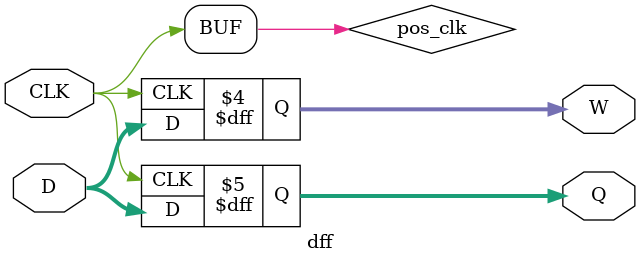
<source format=v>
module dff (CLK, D, Q, W);
    
    parameter WIDTH = 0;
    parameter CLK_POLARITY = 1'b1;
    
    input CLK;
    input [WIDTH-1:0] D;
    output reg [WIDTH-1:0] Q;
    output reg [WIDTH-1:0] W;
    wire pos_clk = CLK == CLK_POLARITY;
    
    always @(posedge pos_clk) begin
        Q <= D;
    end

    always @(negedge pos_clk) begin
        W <= D;
    end
    
endmodule

</source>
